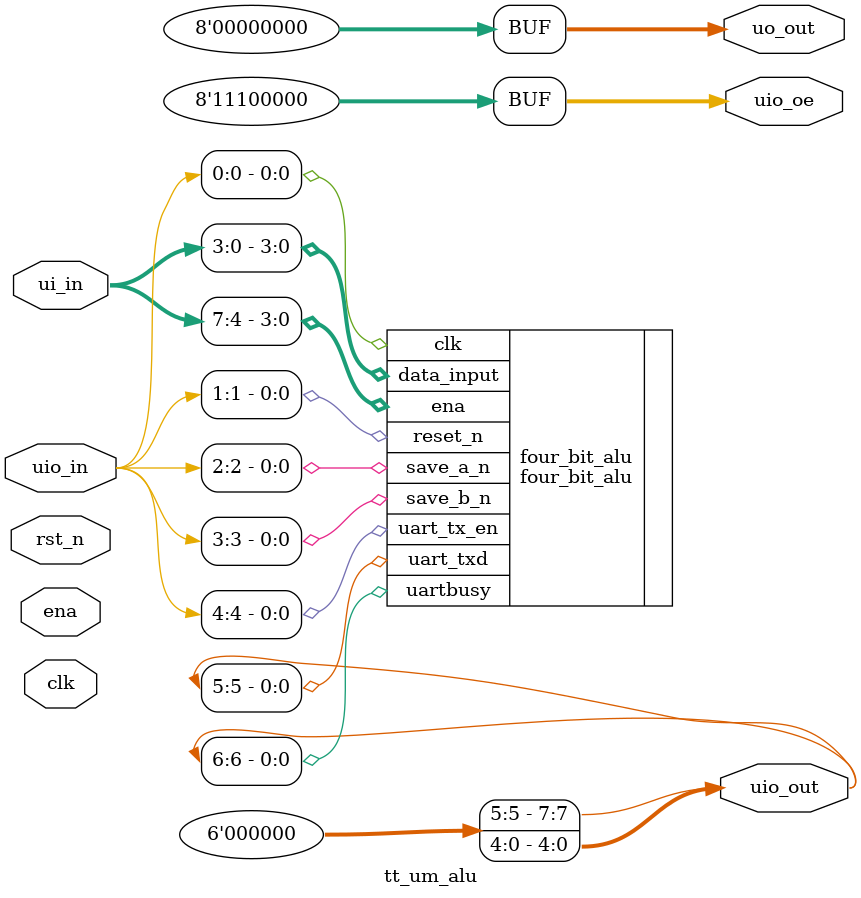
<source format=v>
/* Copyright (c) 2024 Your Name
 * SPDX-License-Identifier: Apache-2.0
 */

`define default_netname none

module tt_um_alu (
    input  wire [7:0] ui_in,    // Dedicated inputs
    output wire [7:0] uo_out,   // Dedicated outputs
    input  wire [7:0] uio_in,   // IOs: Input path
    output wire [7:0] uio_out,  // IOs: Output path
    output wire [7:0] uio_oe,   // IOs: Enable path (active high: 0=input, 1=output)
    input  wire       ena,      // will go high when the design is enabled
    input  wire       clk,      // clock
    input  wire       rst_n     // reset_n - low to reset
);

  // Instantiation of the toptop module
 four_bit_alu four_bit_alu(
.clk(uio_in[0]),
.reset_n(uio_in[1]),
.save_a_n(uio_in[2]),
.save_b_n(uio_in[3]),
.data_input(ui_in[3:0]),
.ena(ui_in[7:4]),
.uartbusy(uio_out[6]),
.uart_tx_en (uio_in[4]),
 .uart_txd(uio_out[5])       
    );
    // Assigning the non-used output bits to 0
    assign uo_out [7:0] = 8'b00000000;
    assign uio_out [4:0] = 5'b00000;
    assign uio_out [7] = 1'b0;
    // Configuring uio_oe as output (assigning all bits to 1)
    assign uio_oe[7:0] = 8'b11100000;
endmodule







</source>
